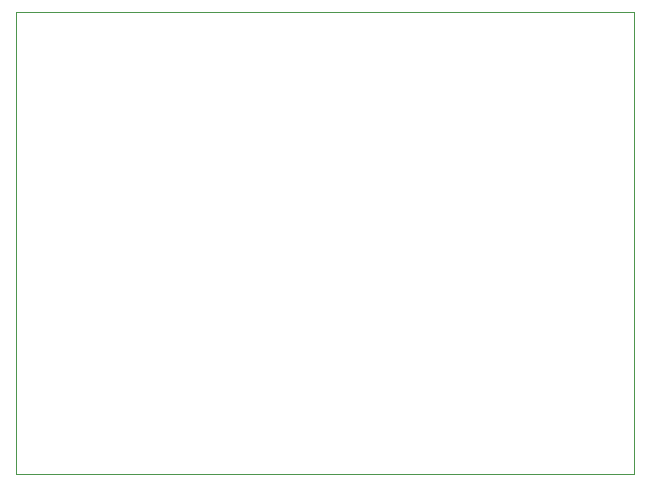
<source format=gm1>
G04 #@! TF.GenerationSoftware,KiCad,Pcbnew,7.0.11+dfsg-1build4*
G04 #@! TF.CreationDate,2025-11-30T20:34:08-05:00*
G04 #@! TF.ProjectId,timmy,74696d6d-792e-46b6-9963-61645f706362,rev?*
G04 #@! TF.SameCoordinates,Original*
G04 #@! TF.FileFunction,Profile,NP*
%FSLAX46Y46*%
G04 Gerber Fmt 4.6, Leading zero omitted, Abs format (unit mm)*
G04 Created by KiCad (PCBNEW 7.0.11+dfsg-1build4) date 2025-11-30 20:34:08*
%MOMM*%
%LPD*%
G01*
G04 APERTURE LIST*
G04 #@! TA.AperFunction,Profile*
%ADD10C,0.050000*%
G04 #@! TD*
G04 APERTURE END LIST*
D10*
X146304000Y-47244000D02*
X146304000Y-86360000D01*
X146304000Y-86360000D02*
X93980000Y-86360000D01*
X93980000Y-47254160D02*
X146304000Y-47244000D01*
X93980000Y-86360000D02*
X93980000Y-47254160D01*
M02*

</source>
